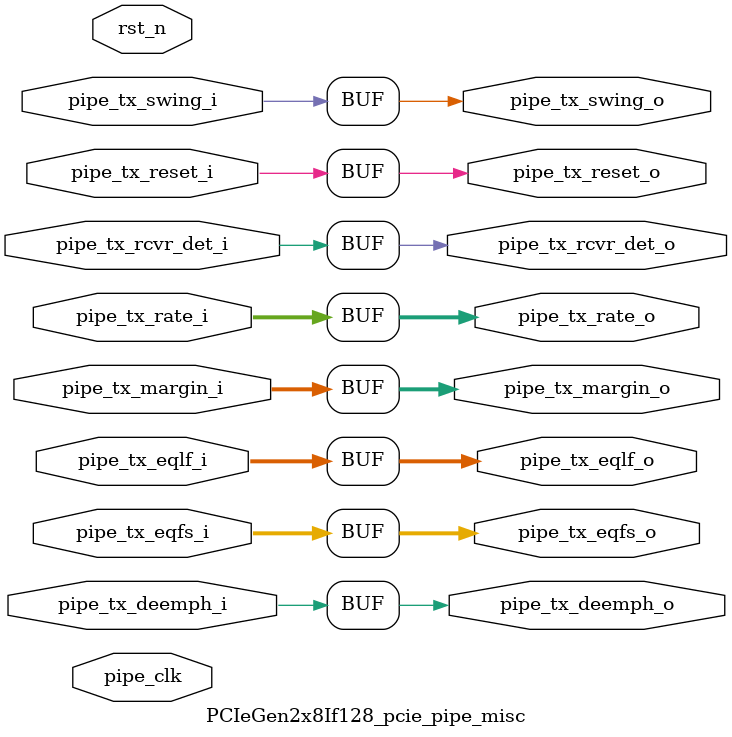
<source format=v>

`timescale 1ps/1ps

module PCIeGen2x8If128_pcie_pipe_misc #
(
  parameter        TCQ = 100,
  parameter        PIPE_PIPELINE_STAGES = 0    // 0 - 0 stages, 1 - 1 stage, 2 - 2 stages
) (

  input   wire        pipe_tx_rcvr_det_i      ,     // PIPE Tx Receiver Detect
  input   wire        pipe_tx_reset_i         ,     // PIPE Tx Reset
  input   wire [1:0]  pipe_tx_rate_i          ,     // PIPE Tx Rate
  input   wire        pipe_tx_deemph_i        ,     // PIPE Tx Deemphasis
  input   wire [2:0]  pipe_tx_margin_i        ,     // PIPE Tx Margin
  input   wire        pipe_tx_swing_i         ,     // PIPE Tx Swing
  input   wire [5:0]  pipe_tx_eqfs_i          ,     // PIPE Tx
  input   wire [5:0]  pipe_tx_eqlf_i          ,     // PIPE Tx
  output  wire        pipe_tx_rcvr_det_o      ,     // Pipelined PIPE Tx Receiver Detect
  output  wire        pipe_tx_reset_o         ,     // Pipelined PIPE Tx Reset
  output  wire [1:0]  pipe_tx_rate_o          ,     // Pipelined PIPE Tx Rate
  output  wire        pipe_tx_deemph_o        ,     // Pipelined PIPE Tx Deemphasis
  output  wire [2:0]  pipe_tx_margin_o        ,     // Pipelined PIPE Tx Margin
  output  wire        pipe_tx_swing_o         ,     // Pipelined PIPE Tx Swing
  output wire [5:0]  pipe_tx_eqfs_o           ,     // PIPE Tx
  output wire [5:0]  pipe_tx_eqlf_o           ,     // PIPE Tx

  input   wire        pipe_clk                ,     // PIPE Clock
  input   wire        rst_n                         // Reset
);

  //******************************************************************//
  // Reality check.                                                   //
  //******************************************************************//

  reg                pipe_tx_rcvr_det_q       ;
  reg                pipe_tx_reset_q          ;
  reg [1:0]          pipe_tx_rate_q           ;
  reg                pipe_tx_deemph_q         ;
  reg [2:0]          pipe_tx_margin_q         ;
  reg                pipe_tx_swing_q          ;
  reg                pipe_tx_eqfs_q          ;
  reg                pipe_tx_eqlf_q          ;

  reg                pipe_tx_rcvr_det_qq      ;
  reg                pipe_tx_reset_qq         ;
  reg [1:0]          pipe_tx_rate_qq          ;
  reg                pipe_tx_deemph_qq        ;
  reg [2:0]          pipe_tx_margin_qq        ;
  reg                pipe_tx_swing_qq         ;
  reg                pipe_tx_eqfs_qq          ;
  reg                pipe_tx_eqlf_qq          ;


  generate

  if (PIPE_PIPELINE_STAGES == 0) begin : pipe_stages_0

      assign pipe_tx_rcvr_det_o = pipe_tx_rcvr_det_i;
      assign pipe_tx_reset_o    = pipe_tx_reset_i;
      assign pipe_tx_rate_o     = pipe_tx_rate_i;
      assign pipe_tx_deemph_o   = pipe_tx_deemph_i;
      assign pipe_tx_margin_o   = pipe_tx_margin_i;
      assign pipe_tx_swing_o    = pipe_tx_swing_i;
      assign pipe_tx_eqfs_o     = pipe_tx_eqfs_i;
      assign pipe_tx_eqlf_o     = pipe_tx_eqlf_i;

  end // if (PIPE_PIPELINE_STAGES == 0)
  else if (PIPE_PIPELINE_STAGES == 1) begin : pipe_stages_1

    always @(posedge pipe_clk) begin

      if (!rst_n)
      begin

        pipe_tx_rcvr_det_q <= #TCQ 1'b0;
        pipe_tx_reset_q    <= #TCQ 1'b1;
        pipe_tx_rate_q     <= #TCQ 2'b0;
        pipe_tx_deemph_q   <= #TCQ 1'b1;
        pipe_tx_margin_q   <= #TCQ 3'b0;
        pipe_tx_swing_q    <= #TCQ 1'b0;
        pipe_tx_eqfs_q     <= #TCQ 5'b0;
        pipe_tx_eqlf_q     <= #TCQ 5'b0;

      end
      else
      begin

        pipe_tx_rcvr_det_q <= #TCQ pipe_tx_rcvr_det_i;
        pipe_tx_reset_q    <= #TCQ pipe_tx_reset_i;
        pipe_tx_rate_q     <= #TCQ pipe_tx_rate_i;
        pipe_tx_deemph_q   <= #TCQ pipe_tx_deemph_i;
        pipe_tx_margin_q   <= #TCQ pipe_tx_margin_i;
        pipe_tx_swing_q    <= #TCQ pipe_tx_swing_i;
        pipe_tx_eqfs_q     <= #TCQ pipe_tx_eqfs_i;
        pipe_tx_eqlf_q     <= #TCQ pipe_tx_eqlf_i;

      end

    end

    assign pipe_tx_rcvr_det_o = pipe_tx_rcvr_det_q;
    assign pipe_tx_reset_o    = pipe_tx_reset_q;
    assign pipe_tx_rate_o     = pipe_tx_rate_q;
    assign pipe_tx_deemph_o   = pipe_tx_deemph_q;
    assign pipe_tx_margin_o   = pipe_tx_margin_q;
    assign pipe_tx_swing_o    = pipe_tx_swing_q;
    assign pipe_tx_eqfs_o     = pipe_tx_eqfs_q;
    assign pipe_tx_eqlf_o     = pipe_tx_eqlf_q;

  end // if (PIPE_PIPELINE_STAGES == 1)
  else if (PIPE_PIPELINE_STAGES == 2) begin : pipe_stages_2

    always @(posedge pipe_clk) begin

      if (!rst_n)
      begin

        pipe_tx_rcvr_det_q  <= #TCQ 1'b0;
        pipe_tx_reset_q     <= #TCQ 1'b1;
        pipe_tx_rate_q      <= #TCQ 2'b0;
        pipe_tx_deemph_q    <= #TCQ 1'b1;
        pipe_tx_margin_q    <= #TCQ 1'b0;
        pipe_tx_swing_q     <= #TCQ 1'b0;
        pipe_tx_eqfs_q      <= #TCQ 5'b0;
        pipe_tx_eqlf_q      <= #TCQ 5'b0;

        pipe_tx_rcvr_det_qq <= #TCQ 1'b0;
        pipe_tx_reset_qq    <= #TCQ 1'b1;
        pipe_tx_rate_qq     <= #TCQ 2'b0;
        pipe_tx_deemph_qq   <= #TCQ 1'b1;
        pipe_tx_margin_qq   <= #TCQ 1'b0;
        pipe_tx_swing_qq    <= #TCQ 1'b0;
        pipe_tx_eqfs_qq     <= #TCQ 5'b0;
        pipe_tx_eqlf_qq     <= #TCQ 5'b0;

      end
      else
      begin

        pipe_tx_rcvr_det_q  <= #TCQ pipe_tx_rcvr_det_i;
        pipe_tx_reset_q     <= #TCQ pipe_tx_reset_i;
        pipe_tx_rate_q      <= #TCQ pipe_tx_rate_i;
        pipe_tx_deemph_q    <= #TCQ pipe_tx_deemph_i;
        pipe_tx_margin_q    <= #TCQ pipe_tx_margin_i;
        pipe_tx_swing_q     <= #TCQ pipe_tx_swing_i;
        pipe_tx_eqfs_q      <= #TCQ pipe_tx_eqfs_i;
        pipe_tx_eqlf_q      <= #TCQ pipe_tx_eqlf_i;

        pipe_tx_rcvr_det_qq <= #TCQ pipe_tx_rcvr_det_q;
        pipe_tx_reset_qq    <= #TCQ pipe_tx_reset_q;
        pipe_tx_rate_qq     <= #TCQ pipe_tx_rate_q;
        pipe_tx_deemph_qq   <= #TCQ pipe_tx_deemph_q;
        pipe_tx_margin_qq   <= #TCQ pipe_tx_margin_q;
        pipe_tx_swing_qq    <= #TCQ pipe_tx_swing_q;
        pipe_tx_eqfs_qq     <= #TCQ pipe_tx_eqfs_q;
        pipe_tx_eqlf_qq     <= #TCQ pipe_tx_eqlf_q;

      end

    end

    assign pipe_tx_rcvr_det_o = pipe_tx_rcvr_det_qq;
    assign pipe_tx_reset_o    = pipe_tx_reset_qq;
    assign pipe_tx_rate_o     = pipe_tx_rate_qq;
    assign pipe_tx_deemph_o   = pipe_tx_deemph_qq;
    assign pipe_tx_margin_o   = pipe_tx_margin_qq;
    assign pipe_tx_swing_o    = pipe_tx_swing_qq;
    assign pipe_tx_eqfs_o     = pipe_tx_eqfs_qq;
    assign pipe_tx_eqlf_o     = pipe_tx_eqlf_qq;

  end // if (PIPE_PIPELINE_STAGES == 2)

  // Default to zero pipeline stages if PIPE_PIPELINE_STAGES != 0,1,2
  else begin
    assign pipe_tx_rcvr_det_o = pipe_tx_rcvr_det_i;
    assign pipe_tx_reset_o    = pipe_tx_reset_i;
    assign pipe_tx_rate_o     = pipe_tx_rate_i;
    assign pipe_tx_deemph_o   = pipe_tx_deemph_i;
    assign pipe_tx_margin_o   = pipe_tx_margin_i;
    assign pipe_tx_swing_o    = pipe_tx_swing_i;
    assign pipe_tx_eqfs_o     = pipe_tx_eqfs_i;
    assign pipe_tx_eqlf_o     = pipe_tx_eqlf_i;
  end
  endgenerate

endmodule


</source>
